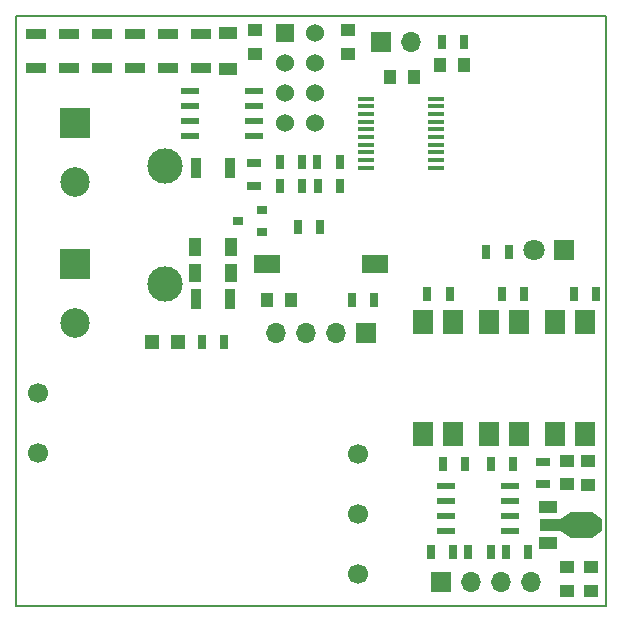
<source format=gts>
G04 #@! TF.FileFunction,Soldermask,Top*
%FSLAX46Y46*%
G04 Gerber Fmt 4.6, Leading zero omitted, Abs format (unit mm)*
G04 Created by KiCad (PCBNEW 4.0.2-stable) date 5/29/2017 11:09:23 AM*
%MOMM*%
G01*
G04 APERTURE LIST*
%ADD10C,0.100000*%
%ADD11C,0.150000*%
%ADD12R,1.000000X1.250000*%
%ADD13R,1.250000X1.000000*%
%ADD14R,1.000000X1.600000*%
%ADD15R,1.600000X1.000000*%
%ADD16R,1.200000X1.200000*%
%ADD17R,1.700000X1.700000*%
%ADD18O,1.700000X1.700000*%
%ADD19R,2.500000X2.500000*%
%ADD20C,2.500000*%
%ADD21C,1.700000*%
%ADD22R,0.900000X0.800000*%
%ADD23R,0.700000X1.300000*%
%ADD24R,0.900000X1.700000*%
%ADD25R,1.700000X0.900000*%
%ADD26C,3.000000*%
%ADD27R,1.300000X0.700000*%
%ADD28R,2.180000X1.600000*%
%ADD29R,1.450000X0.450000*%
%ADD30R,1.524000X1.524000*%
%ADD31C,1.524000*%
%ADD32R,1.550000X0.600000*%
%ADD33R,1.780000X2.000000*%
%ADD34R,1.500000X1.000000*%
%ADD35R,1.800000X1.000000*%
%ADD36R,1.840000X2.200000*%
%ADD37R,1.800000X1.800000*%
%ADD38C,1.800000*%
G04 APERTURE END LIST*
D10*
D11*
X75000000Y-75000000D02*
X125000000Y-75000000D01*
X75000000Y-125000000D02*
X125000000Y-125000000D01*
X125000000Y-75000000D02*
X125000000Y-125000000D01*
X75000000Y-75000000D02*
X75000000Y-125000000D01*
D12*
X108696000Y-80162400D03*
X106696000Y-80162400D03*
X112963200Y-79197200D03*
X110963200Y-79197200D03*
X98282000Y-99060000D03*
X96282000Y-99060000D03*
D13*
X103124000Y-76216000D03*
X103124000Y-78216000D03*
X95250000Y-78216000D03*
X95250000Y-76216000D03*
D14*
X93220800Y-94589600D03*
X90220800Y-94589600D03*
X90218000Y-96774000D03*
X93218000Y-96774000D03*
D15*
X92964000Y-76478000D03*
X92964000Y-79478000D03*
D13*
X123698000Y-121682000D03*
X123698000Y-123682000D03*
X121666000Y-121682000D03*
X121666000Y-123682000D03*
X123494800Y-114690400D03*
X123494800Y-112690400D03*
X121716800Y-114674400D03*
X121716800Y-112674400D03*
D16*
X88730000Y-102616000D03*
X86530000Y-102616000D03*
D17*
X105918000Y-77216000D03*
D18*
X108458000Y-77216000D03*
D17*
X104648000Y-101854000D03*
D18*
X102108000Y-101854000D03*
X99568000Y-101854000D03*
X97028000Y-101854000D03*
D19*
X80010000Y-96012000D03*
D20*
X80010000Y-101012000D03*
D19*
X80010000Y-84074000D03*
D20*
X80010000Y-89074000D03*
D17*
X110998000Y-122936000D03*
D18*
X113538000Y-122936000D03*
X116078000Y-122936000D03*
X118618000Y-122936000D03*
D21*
X103999000Y-122254000D03*
X103999000Y-117174000D03*
X103999000Y-112094000D03*
X76849000Y-112024000D03*
X76849000Y-106944000D03*
D22*
X95843600Y-93304400D03*
X95843600Y-91404400D03*
X93843600Y-92354400D03*
D23*
X112964000Y-77216000D03*
X111064000Y-77216000D03*
X103444000Y-99060000D03*
X105344000Y-99060000D03*
X92644000Y-102616000D03*
X90744000Y-102616000D03*
D24*
X93144000Y-87884000D03*
X90244000Y-87884000D03*
D25*
X76708000Y-76528000D03*
X76708000Y-79428000D03*
D26*
X87630000Y-87710000D03*
X87630000Y-97710000D03*
D25*
X79502000Y-79428000D03*
X79502000Y-76528000D03*
X82296000Y-76528000D03*
X82296000Y-79428000D03*
X85090000Y-79428000D03*
X85090000Y-76528000D03*
D24*
X93167200Y-99009200D03*
X90267200Y-99009200D03*
D25*
X87884000Y-76528000D03*
X87884000Y-79428000D03*
X90678000Y-79428000D03*
X90678000Y-76528000D03*
D27*
X95148400Y-89408000D03*
X95148400Y-87508000D03*
D23*
X99248000Y-87376000D03*
X97348000Y-87376000D03*
X99248000Y-89408000D03*
X97348000Y-89408000D03*
X100772000Y-92862400D03*
X98872000Y-92862400D03*
X102499200Y-89408000D03*
X100599200Y-89408000D03*
X102448400Y-87376000D03*
X100548400Y-87376000D03*
X116484400Y-120396000D03*
X118384400Y-120396000D03*
X124140000Y-98552000D03*
X122240000Y-98552000D03*
X115229600Y-112928400D03*
X117129600Y-112928400D03*
X113334800Y-120396000D03*
X115234800Y-120396000D03*
X110164800Y-120396000D03*
X112064800Y-120396000D03*
X118044000Y-98552000D03*
X116144000Y-98552000D03*
D27*
X119684800Y-112740400D03*
X119684800Y-114640400D03*
D23*
X113065600Y-112928400D03*
X111165600Y-112928400D03*
X109860000Y-98552000D03*
X111760000Y-98552000D03*
D28*
X96235570Y-96009680D03*
X105440430Y-96014320D03*
D29*
X110595200Y-87862600D03*
X110595200Y-87212600D03*
X110595200Y-86562600D03*
X110595200Y-85912600D03*
X110595200Y-85262600D03*
X110595200Y-84612600D03*
X110595200Y-83962600D03*
X110595200Y-83312600D03*
X110595200Y-82662600D03*
X110595200Y-82012600D03*
X104695200Y-82012600D03*
X104695200Y-82662600D03*
X104695200Y-83312600D03*
X104695200Y-83962600D03*
X104695200Y-84612600D03*
X104695200Y-85262600D03*
X104695200Y-85912600D03*
X104695200Y-86562600D03*
X104695200Y-87212600D03*
X104695200Y-87862600D03*
D30*
X97790000Y-76454000D03*
D31*
X100330000Y-76454000D03*
X97790000Y-78994000D03*
X100330000Y-78994000D03*
X97790000Y-81534000D03*
X100330000Y-81534000D03*
X97790000Y-84074000D03*
X100330000Y-84074000D03*
D32*
X89756000Y-81407000D03*
X89756000Y-82677000D03*
X89756000Y-83947000D03*
X89756000Y-85217000D03*
X95156000Y-85217000D03*
X95156000Y-83947000D03*
X95156000Y-82677000D03*
X95156000Y-81407000D03*
D33*
X123190000Y-100899000D03*
X120650000Y-110429000D03*
X120650000Y-100899000D03*
X123190000Y-110429000D03*
D32*
X116847600Y-118643400D03*
X116847600Y-117373400D03*
X116847600Y-116103400D03*
X116847600Y-114833400D03*
X111447600Y-114833400D03*
X111447600Y-116103400D03*
X111447600Y-117373400D03*
X111447600Y-118643400D03*
D33*
X117602000Y-100899000D03*
X115062000Y-110429000D03*
X115062000Y-100899000D03*
X117602000Y-110429000D03*
X109474000Y-110429000D03*
X112014000Y-100899000D03*
X112014000Y-110429000D03*
X109474000Y-100899000D03*
D10*
G36*
X123806400Y-117010000D02*
X124656400Y-117610000D01*
X124656400Y-118610000D01*
X123806400Y-119210000D01*
X123806400Y-117010000D01*
X123806400Y-117010000D01*
G37*
D34*
X120084400Y-116610000D03*
D35*
X120230900Y-118110000D03*
D34*
X120084400Y-119610000D03*
D36*
X122897900Y-118110000D03*
D10*
G36*
X121988200Y-119210000D02*
X120988200Y-118510000D01*
X120988200Y-117710000D01*
X121988200Y-117010000D01*
X121988200Y-119210000D01*
X121988200Y-119210000D01*
G37*
D23*
X114838400Y-94996000D03*
X116738400Y-94996000D03*
D37*
X121462800Y-94792800D03*
D38*
X118922800Y-94792800D03*
M02*

</source>
